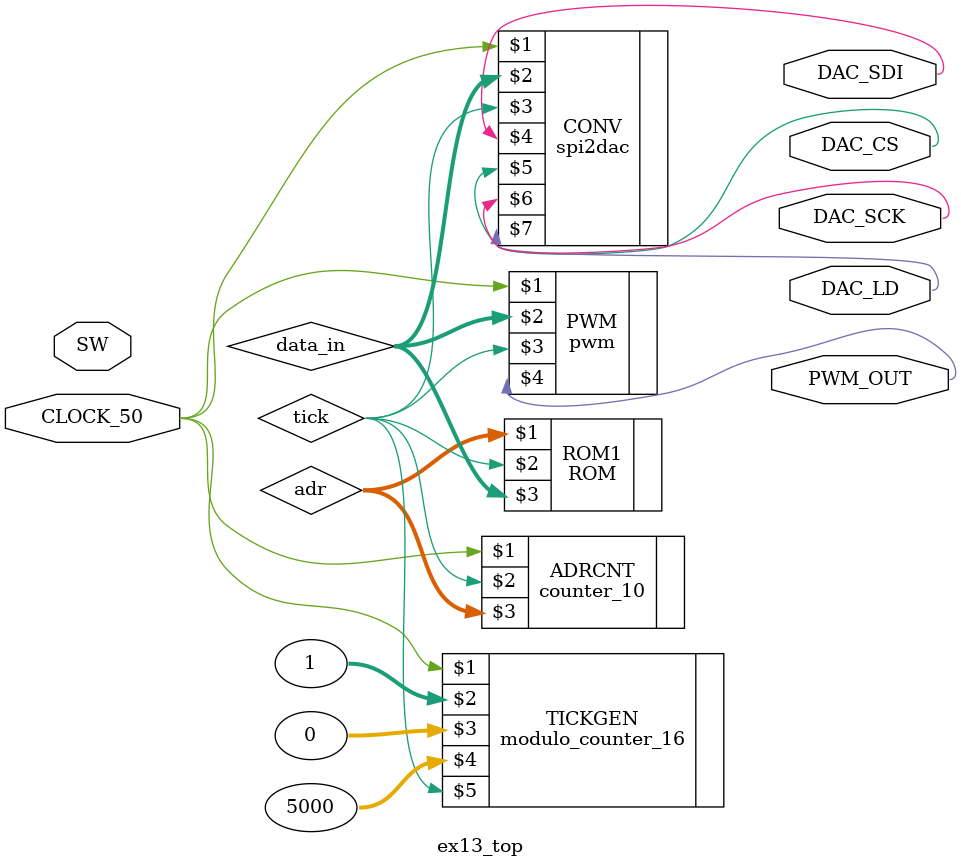
<source format=v>
/* Top level design entity for testing DAC
*  ex13_top.v
*/

//spi2dac (sysclk, data_in, load, dac_sdi, dac_cs, dac_sck, dac_ld);

module ex13_top(
	SW,
	CLOCK_50,
	DAC_CS, DAC_SDI, DAC_LD,DAC_SCK,
	PWM_OUT
);
	input [9:0] SW;
	input CLOCK_50;
	output DAC_CS, DAC_SDI, DAC_LD, DAC_SCK;
	output PWM_OUT;
	
	wire tick, CLOCK_50;
	wire [9:0] data_in;
	wire [9:0] adr;
	
	modulo_counter_16 TICKGEN(CLOCK_50,1,0,5000,tick);
	
	counter_10 ADRCNT (CLOCK_50,tick,adr);
	ROM ROM1(adr,tick,data_in);
	spi2dac CONV (CLOCK_50, data_in, tick, DAC_SDI, DAC_CS, DAC_SCK, DAC_LD); 
	
	pwm PWM(CLOCK_50,data_in,tick,PWM_OUT);
	
endmodule

</source>
